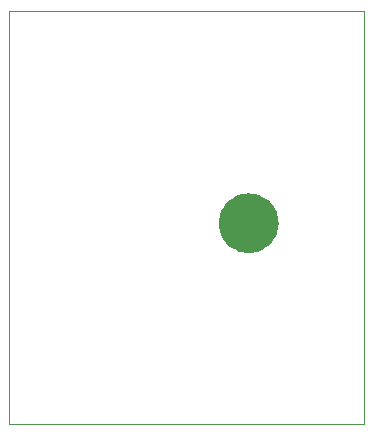
<source format=gm1>
%TF.GenerationSoftware,KiCad,Pcbnew,6.0.2-378541a8eb~116~ubuntu20.04.1*%
%TF.CreationDate,2022-03-13T12:00:14-05:00*%
%TF.ProjectId,bessel_filter,62657373-656c-45f6-9669-6c7465722e6b,1.0*%
%TF.SameCoordinates,Original*%
%TF.FileFunction,Profile,NP*%
%FSLAX46Y46*%
G04 Gerber Fmt 4.6, Leading zero omitted, Abs format (unit mm)*
G04 Created by KiCad (PCBNEW 6.0.2-378541a8eb~116~ubuntu20.04.1) date 2022-03-13 12:00:14*
%MOMM*%
%LPD*%
G01*
G04 APERTURE LIST*
%TA.AperFunction,Profile*%
%ADD10C,0.100000*%
%TD*%
%TA.AperFunction,Profile*%
%ADD11C,2.560000*%
%TD*%
G04 APERTURE END LIST*
D10*
X112500000Y-65000000D02*
X142500000Y-65000000D01*
X142500000Y-65000000D02*
X142500000Y-100000000D01*
X142500000Y-100000000D02*
X112500000Y-100000000D01*
X112500000Y-100000000D02*
X112500000Y-65000000D01*
%TO.C,L1*%
D11*
X134030000Y-83000000D02*
G75*
G03*
X134030000Y-83000000I-1280000J0D01*
G01*
%TD*%
M02*

</source>
